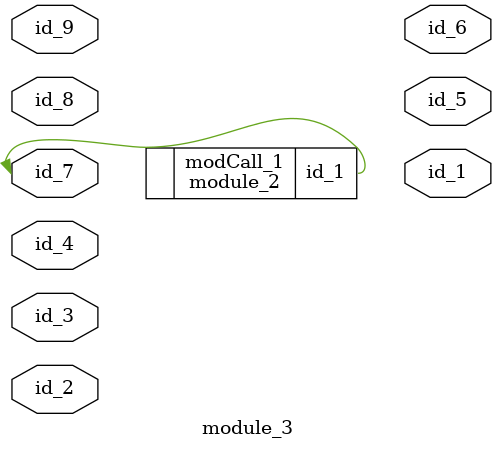
<source format=v>
module module_0 (
    id_1,
    id_2,
    id_3
);
  input wire id_3;
  output wire id_2;
  output wire id_1;
  module_2 modCall_1 (id_1);
endmodule
module module_1;
  assign id_1 = 1;
  module_0 modCall_1 (
      id_1,
      id_1,
      id_1
  );
endmodule
module module_2 (
    id_1
);
  output wire id_1;
  wire id_2;
endmodule
module module_3 (
    id_1,
    id_2,
    id_3,
    id_4,
    id_5,
    id_6,
    id_7,
    id_8,
    id_9
);
  inout wire id_9;
  inout wire id_8;
  inout wire id_7;
  output wire id_6;
  output wire id_5;
  inout wire id_4;
  input wire id_3;
  input wire id_2;
  output wire id_1;
  wire id_10;
  module_2 modCall_1 (id_7);
  wire id_11;
endmodule

</source>
